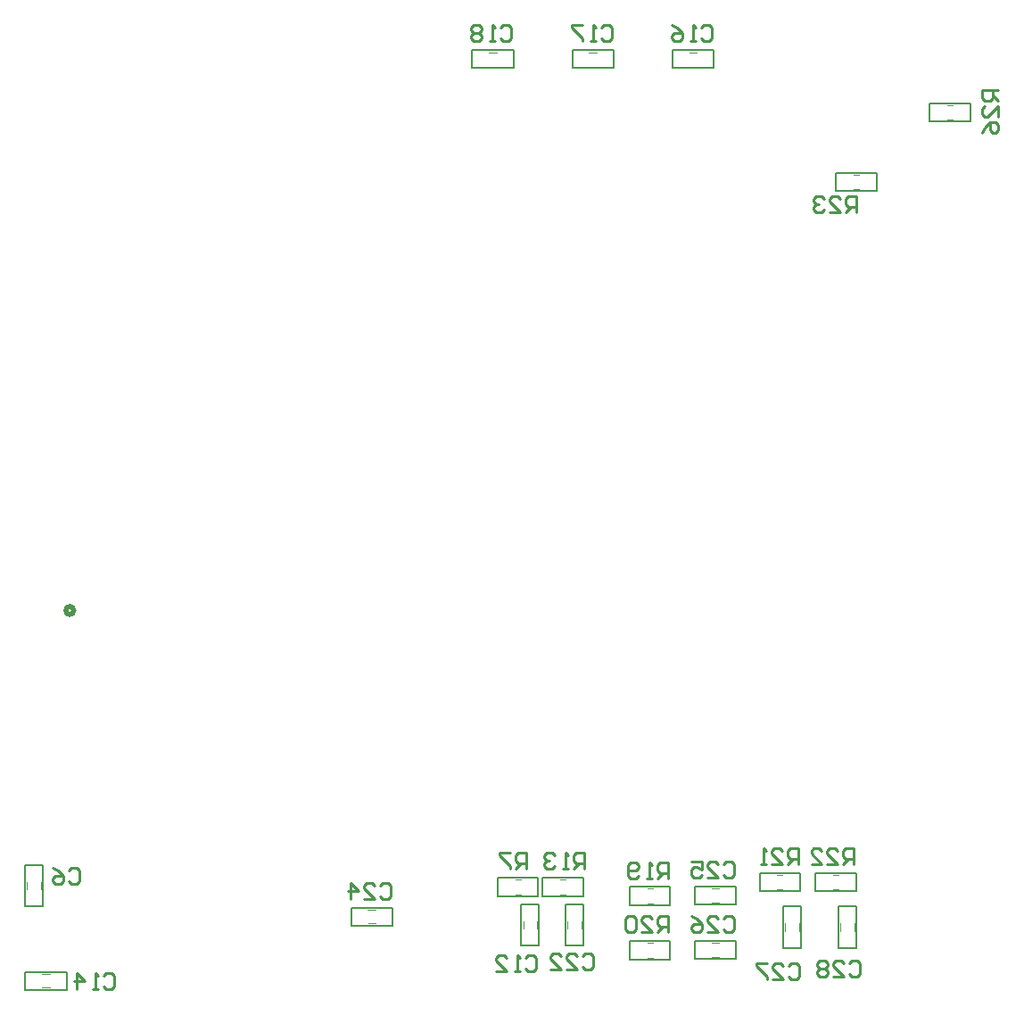
<source format=gbo>
G04*
G04 #@! TF.GenerationSoftware,Altium Limited,Altium Designer,21.2.1 (34)*
G04*
G04 Layer_Color=32896*
%FSTAX24Y24*%
%MOIN*%
G70*
G04*
G04 #@! TF.SameCoordinates,5BC75E6B-F5FC-40A1-8AA7-6D38C453C1D6*
G04*
G04*
G04 #@! TF.FilePolarity,Positive*
G04*
G01*
G75*
%ADD13C,0.0200*%
%ADD15C,0.0040*%
%ADD16C,0.0050*%
%ADD17C,0.0100*%
D13*
X0125Y027055D02*
G03*
X0125Y027055I-00015J0D01*
G01*
D15*
X04165Y04334D02*
X04185D01*
X04165Y04279D02*
X04185D01*
X04515Y04594D02*
X04535D01*
X04515Y04539D02*
X04535D01*
X041676Y01508D02*
Y01537D01*
X04115Y01508D02*
Y01536D01*
X039616Y01508D02*
Y01537D01*
X03909Y01508D02*
Y01536D01*
X03067Y017D02*
X03087D01*
X03067Y01645D02*
X03087D01*
X029D02*
X0292D01*
X029Y017D02*
X0292D01*
X029826Y01516D02*
Y01545D01*
X0293Y01516D02*
Y01544D01*
X03096Y01516D02*
Y01544D01*
X031486Y01516D02*
Y01545D01*
X01131Y013486D02*
X0116D01*
X01132Y01296D02*
X0116D01*
X010744Y01662D02*
Y01691D01*
X01127Y01663D02*
Y01691D01*
X04087Y01718D02*
X04107D01*
X04087Y01663D02*
X04107D01*
X03879D02*
X03899D01*
X03879Y01718D02*
X03899D01*
X02802Y04791D02*
X0283D01*
X02802Y047384D02*
X02831D01*
X03176Y04791D02*
X03204D01*
X03176Y047384D02*
X03205D01*
X03551Y04791D02*
X03579D01*
X03551Y047384D02*
X0358D01*
X03393Y01666D02*
X03413D01*
X03393Y01611D02*
X03413D01*
X03393Y01463D02*
X03413D01*
X03393Y01408D02*
X03413D01*
X02349Y015886D02*
X02378D01*
X0235Y01536D02*
X02378D01*
X03633Y014626D02*
X03662D01*
X03634Y0141D02*
X03662D01*
X03633Y016666D02*
X03662D01*
X03634Y01614D02*
X03662D01*
D16*
X04099Y04273D02*
Y04341D01*
Y04273D02*
X04251D01*
Y04341D01*
X04099D02*
X04251D01*
X04449Y04533D02*
Y04601D01*
Y04533D02*
X04601D01*
Y04601D01*
X04449D02*
X04601D01*
X04107Y01445D02*
Y01599D01*
X04174D01*
Y01445D02*
Y01599D01*
X04107Y01445D02*
X04174D01*
X03901D02*
Y01599D01*
X03968D01*
Y01445D02*
Y01599D01*
X03901Y01445D02*
X03968D01*
X03001Y01638D02*
X03153D01*
X03001D02*
Y01706D01*
X03153D01*
Y01638D02*
Y01706D01*
X02986Y01638D02*
Y01706D01*
X02834D02*
X02986D01*
X02834Y01638D02*
Y01706D01*
Y01638D02*
X02986D01*
X02922Y01453D02*
Y01607D01*
X02989D01*
Y01453D02*
Y01607D01*
X02922Y01453D02*
X02989D01*
X03088D02*
X03155D01*
Y01607D01*
X03088D02*
X03155D01*
X03088Y01453D02*
Y01607D01*
X01069Y01288D02*
X01223D01*
X01069D02*
Y01355D01*
X01223D01*
Y01288D02*
Y01355D01*
X01135Y016D02*
Y01754D01*
X01068Y016D02*
X01135D01*
X01068D02*
Y01754D01*
X01135D01*
X04021Y01656D02*
X04173D01*
X04021D02*
Y01724D01*
X04173D01*
Y01656D02*
Y01724D01*
X03965Y01656D02*
Y01724D01*
X03813D02*
X03965D01*
X03813Y01656D02*
Y01724D01*
Y01656D02*
X03965D01*
X02739Y04732D02*
Y04799D01*
Y04732D02*
X02893D01*
Y04799D01*
X02739D02*
X02893D01*
X03113Y04732D02*
Y04799D01*
Y04732D02*
X03267D01*
Y04799D01*
X03113D02*
X03267D01*
X03488Y04732D02*
Y04799D01*
Y04732D02*
X03642D01*
Y04799D01*
X03488D02*
X03642D01*
X03327Y01604D02*
X03479D01*
X03327D02*
Y01672D01*
X03479D01*
Y01604D02*
Y01672D01*
X03327Y01401D02*
X03479D01*
X03327D02*
Y01469D01*
X03479D01*
Y01401D02*
Y01469D01*
X02287Y01528D02*
X02441D01*
X02287D02*
Y01595D01*
X02441D01*
Y01528D02*
Y01595D01*
X03571Y01402D02*
X03725D01*
X03571D02*
Y01469D01*
X03725D01*
Y01402D02*
Y01469D01*
X03571Y01606D02*
X03725D01*
X03571D02*
Y01673D01*
X03725D01*
Y01606D02*
Y01673D01*
D17*
X01361Y01339D02*
X01371Y01349D01*
X01391D01*
X01401Y01339D01*
Y01299D01*
X01391Y01289D01*
X01371D01*
X01361Y01299D01*
X01341Y01289D02*
X01321D01*
X01331D01*
Y01349D01*
X01341Y01339D01*
X01261Y01289D02*
Y01349D01*
X01291Y01319D01*
X01251D01*
X01231Y01732D02*
X01241Y01742D01*
X01261D01*
X01271Y01732D01*
Y01692D01*
X01261Y01682D01*
X01241D01*
X01231Y01692D01*
X01171Y01742D02*
X01191Y01732D01*
X01211Y01712D01*
Y01692D01*
X01201Y01682D01*
X01181D01*
X01171Y01692D01*
Y01702D01*
X01181Y01712D01*
X01211D01*
X04706Y04649D02*
X04646D01*
Y04619D01*
X04656Y04609D01*
X04676D01*
X04686Y04619D01*
Y04649D01*
Y04629D02*
X04706Y04609D01*
Y04549D02*
Y04589D01*
X04666Y04549D01*
X04656D01*
X04646Y04559D01*
Y04579D01*
X04656Y04589D01*
X04646Y04489D02*
X04656Y04509D01*
X04676Y04529D01*
X04696D01*
X04706Y04519D01*
Y04499D01*
X04696Y04489D01*
X04686D01*
X04676Y04499D01*
Y04529D01*
X04174Y04195D02*
Y04255D01*
X04144D01*
X04134Y04245D01*
Y04225D01*
X04144Y04215D01*
X04174D01*
X04154D02*
X04134Y04195D01*
X04074D02*
X04114D01*
X04074Y04235D01*
Y04245D01*
X04084Y04255D01*
X04104D01*
X04114Y04245D01*
X04054D02*
X04044Y04255D01*
X04024D01*
X04014Y04245D01*
Y04235D01*
X04024Y04225D01*
X04034D01*
X04024D01*
X04014Y04215D01*
Y04205D01*
X04024Y04195D01*
X04044D01*
X04054Y04205D01*
X04166Y01756D02*
Y01816D01*
X04136D01*
X04126Y01806D01*
Y01786D01*
X04136Y01776D01*
X04166D01*
X04146D02*
X04126Y01756D01*
X04066D02*
X04106D01*
X04066Y01796D01*
Y01806D01*
X04076Y01816D01*
X04096D01*
X04106Y01806D01*
X040061Y01756D02*
X04046D01*
X040061Y01796D01*
Y01806D01*
X04016Y01816D01*
X04036D01*
X04046Y01806D01*
X03958Y01756D02*
Y01816D01*
X03928D01*
X03918Y01806D01*
Y01786D01*
X03928Y01776D01*
X03958D01*
X03938D02*
X03918Y01756D01*
X03858D02*
X03898D01*
X03858Y01796D01*
Y01806D01*
X03868Y01816D01*
X03888D01*
X03898Y01806D01*
X03838Y01756D02*
X03818D01*
X03828D01*
Y01816D01*
X03838Y01806D01*
X03472Y01502D02*
Y01562D01*
X03442D01*
X03432Y01552D01*
Y01532D01*
X03442Y01522D01*
X03472D01*
X03452D02*
X03432Y01502D01*
X03372D02*
X03412D01*
X03372Y01542D01*
Y01552D01*
X03382Y01562D01*
X03402D01*
X03412Y01552D01*
X03352D02*
X03342Y01562D01*
X03322D01*
X033121Y01552D01*
Y01512D01*
X03322Y01502D01*
X03342D01*
X03352Y01512D01*
Y01552D01*
X03472Y01704D02*
Y01764D01*
X03442D01*
X03432Y01754D01*
Y01734D01*
X03442Y01724D01*
X03472D01*
X03452D02*
X03432Y01704D01*
X03412D02*
X03392D01*
X03402D01*
Y01764D01*
X03412Y01754D01*
X03362Y01714D02*
X03352Y01704D01*
X03332D01*
X03322Y01714D01*
Y01754D01*
X03332Y01764D01*
X03352D01*
X03362Y01754D01*
Y01744D01*
X03352Y01734D01*
X03322D01*
X03157Y01741D02*
Y01801D01*
X03127D01*
X03117Y01791D01*
Y01771D01*
X03127Y01761D01*
X03157D01*
X03137D02*
X03117Y01741D01*
X03097D02*
X03077D01*
X03087D01*
Y01801D01*
X03097Y01791D01*
X03047D02*
X03037Y01801D01*
X03017D01*
X03007Y01791D01*
Y01781D01*
X03017Y01771D01*
X03027D01*
X03017D01*
X03007Y01761D01*
Y01751D01*
X03017Y01741D01*
X03037D01*
X03047Y01751D01*
X0294Y01739D02*
Y01799D01*
X0291D01*
X029Y01789D01*
Y01769D01*
X0291Y01759D01*
X0294D01*
X0292D02*
X029Y01739D01*
X0288Y01799D02*
X0284D01*
Y01789D01*
X0288Y01749D01*
Y01739D01*
X04147Y01388D02*
X04157Y01398D01*
X04177D01*
X04187Y01388D01*
Y01348D01*
X04177Y01338D01*
X04157D01*
X04147Y01348D01*
X04087Y01338D02*
X04127D01*
X04087Y01378D01*
Y01388D01*
X04097Y01398D01*
X04117D01*
X04127Y01388D01*
X04067D02*
X04057Y01398D01*
X04037D01*
X04027Y01388D01*
Y01378D01*
X04037Y01368D01*
X04027Y01358D01*
Y01348D01*
X04037Y01338D01*
X04057D01*
X04067Y01348D01*
Y01358D01*
X04057Y01368D01*
X04067Y01378D01*
Y01388D01*
X04057Y01368D02*
X04037D01*
X0392Y01377D02*
X0393Y01387D01*
X0395D01*
X0396Y01377D01*
Y01337D01*
X0395Y01327D01*
X0393D01*
X0392Y01337D01*
X0386Y01327D02*
X039D01*
X0386Y01367D01*
Y01377D01*
X0387Y01387D01*
X0389D01*
X039Y01377D01*
X0384Y01387D02*
X038D01*
Y01377D01*
X0384Y01337D01*
Y01327D01*
X03678Y01552D02*
X03688Y01562D01*
X03708D01*
X03718Y01552D01*
Y01512D01*
X03708Y01502D01*
X03688D01*
X03678Y01512D01*
X03618Y01502D02*
X03658D01*
X03618Y01542D01*
Y01552D01*
X03628Y01562D01*
X03648D01*
X03658Y01552D01*
X035581Y01562D02*
X03578Y01552D01*
X03598Y01532D01*
Y01512D01*
X03588Y01502D01*
X03568D01*
X035581Y01512D01*
Y01522D01*
X03568Y01532D01*
X03598D01*
X03678Y01756D02*
X03688Y01766D01*
X03708D01*
X03718Y01756D01*
Y01716D01*
X03708Y01706D01*
X03688D01*
X03678Y01716D01*
X03618Y01706D02*
X03658D01*
X03618Y01746D01*
Y01756D01*
X03628Y01766D01*
X03648D01*
X03658Y01756D01*
X035581Y01766D02*
X03598D01*
Y01736D01*
X03578Y01746D01*
X03568D01*
X035581Y01736D01*
Y01716D01*
X03568Y01706D01*
X03588D01*
X03598Y01716D01*
X02394Y01678D02*
X02404Y01688D01*
X02424D01*
X02434Y01678D01*
Y01638D01*
X02424Y01628D01*
X02404D01*
X02394Y01638D01*
X02334Y01628D02*
X02374D01*
X02334Y01668D01*
Y01678D01*
X02344Y01688D01*
X02364D01*
X02374Y01678D01*
X02284Y01628D02*
Y01688D01*
X02314Y01658D01*
X022741D01*
X03151Y01415D02*
X03161Y01425D01*
X03181D01*
X03191Y01415D01*
Y01375D01*
X03181Y01365D01*
X03161D01*
X03151Y01375D01*
X03091Y01365D02*
X03131D01*
X03091Y01405D01*
Y01415D01*
X03101Y01425D01*
X03121D01*
X03131Y01415D01*
X03031Y01365D02*
X03071D01*
X03031Y01405D01*
Y01415D01*
X03041Y01425D01*
X03061D01*
X03071Y01415D01*
X02846Y04882D02*
X02856Y04892D01*
X02876D01*
X02886Y04882D01*
Y04842D01*
X02876Y04832D01*
X02856D01*
X02846Y04842D01*
X02826Y04832D02*
X02806D01*
X02816D01*
Y04892D01*
X02826Y04882D01*
X02776D02*
X02766Y04892D01*
X02746D01*
X02736Y04882D01*
Y04872D01*
X02746Y04862D01*
X02736Y04852D01*
Y04842D01*
X02746Y04832D01*
X02766D01*
X02776Y04842D01*
Y04852D01*
X02766Y04862D01*
X02776Y04872D01*
Y04882D01*
X02766Y04862D02*
X02746D01*
X0322Y04882D02*
X0323Y04892D01*
X0325D01*
X0326Y04882D01*
Y04842D01*
X0325Y04832D01*
X0323D01*
X0322Y04842D01*
X032Y04832D02*
X0318D01*
X0319D01*
Y04892D01*
X032Y04882D01*
X0315Y04892D02*
X0311D01*
Y04882D01*
X0315Y04842D01*
Y04832D01*
X03594Y04882D02*
X03604Y04892D01*
X03624D01*
X03634Y04882D01*
Y04842D01*
X03624Y04832D01*
X03604D01*
X03594Y04842D01*
X03574Y04832D02*
X03554D01*
X03564D01*
Y04892D01*
X03574Y04882D01*
X03484Y04892D02*
X03504Y04882D01*
X03524Y04862D01*
Y04842D01*
X03514Y04832D01*
X03494D01*
X03484Y04842D01*
Y04852D01*
X03494Y04862D01*
X03524D01*
X02938Y01406D02*
X02948Y01416D01*
X02968D01*
X02978Y01406D01*
Y01366D01*
X02968Y01356D01*
X02948D01*
X02938Y01366D01*
X02918Y01356D02*
X02898D01*
X02908D01*
Y01416D01*
X02918Y01406D01*
X02828Y01356D02*
X02868D01*
X02828Y01396D01*
Y01406D01*
X02838Y01416D01*
X02858D01*
X02868Y01406D01*
M02*

</source>
